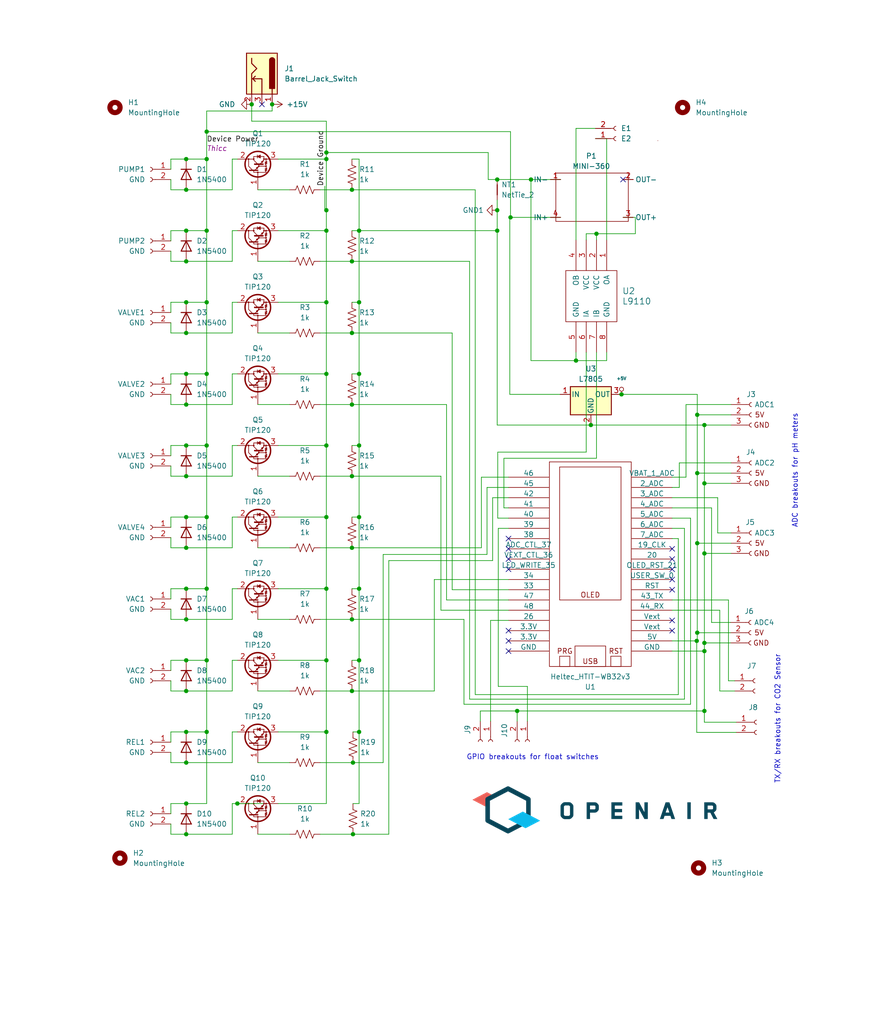
<source format=kicad_sch>
(kicad_sch (version 20230121) (generator eeschema)
  (paper "User" 219.989 254)
  (lib_symbols
    (symbol "Connector:Barrel_Jack_Switch" (pin_names hide)
      (property "Reference" "J1" (at -1.27 5.588 90))
      (property "Value" "Barrel_Jack_Switch" (at 1.27 5.588 90))
      (symbol "Barrel_Jack_Switch_1_1"
        (pin power_out line (at 7.62 2.54 180) (length 2.54) (name "~") (number "1"))
        (pin power_out line (at 7.62 -2.54 180) (length 2.54) (name "~") (number "2"))
        (pin passive line (at 7.62 0 180) (length 2.54) (name "~") (number "3"))
      )
    )
    (symbol "Connector:Conn_01x02_Socket" (pin_names (offset 1.016) hide)
      (property "Reference" "J" (at 0 2.54 0))
      (property "Value" "Conn_01x02_Socket" (at 0 -5.08 0))
      (symbol "Conn_01x02_Socket_1_1"
        (pin passive line (at -5.08 0 0) (length 3.81) (name "Pin_1") (number "1"))
        (pin passive line (at -5.08 -2.54 0) (length 3.81) (name "Pin_2") (number "2"))
      )
    )
    (symbol "Connector:Conn_01x03_Socket" (pin_names (offset 1.016) hide)
      (property "Reference" "J3" (at -1.524 7.874 0))
      (property "Value" "ADC1" (at 0.762 2.54 0))
      (symbol "Conn_01x03_Socket_0_0"
        (text "" (at 3.048 3.048 0) (effects (font (size 1.27 1.27))))
      )
      (symbol "Conn_01x03_Socket_1_1"
        (text "5V" (at 2.032 0 0) (effects (font (size 1.27 1.27))))
        (text "GND" (at 2.54 -2.54 0) (effects (font (size 1.27 1.27))))
        (pin passive line (at -5.08 2.54 0) (length 3.81) (name "Pin_1") (number "1"))
        (pin passive line (at -5.08 0 0) (length 3.81) (name "Pin_2") (number "2"))
        (pin passive line (at -5.08 -2.54 0) (length 3.81) (name "PIN_3") (number "3"))
      )
    )
    (symbol "Device:NetTie_2" (pin_numbers hide) (pin_names (offset 0) hide) (in_bom no)
      (property "Reference" "NT1" (at 1.27 -1.016 90))
      (property "Value" "NetTie_2" (at -1.27 -1.016 90))
      (symbol "NetTie_2_1_1"
        (pin power_out line (at -2.54 0 0) (length 2.54) (name "1") (number "1"))
        (pin passive line (at 2.54 0 180) (length 2.54) (name "2") (number "2"))
      )
    )
    (symbol "Device:R_US" (pin_numbers hide) (pin_names (offset 0))
      (property "Reference" "R" (at 2.54 0 90))
      (property "Value" "R_US" (at -2.54 0 90))
      (symbol "R_US_1_1"
        (pin passive line (at 0 3.81 270) (length 1.27) (name "~") (number "1"))
        (pin passive line (at 0 -3.81 90) (length 1.27) (name "~") (number "2"))
      )
    )
    (symbol "Diode:1N5400" (pin_numbers hide) (pin_names hide)
      (property "Reference" "D" (at 0 2.54 0))
      (property "Value" "1N5400" (at 0 -2.54 0))
      (symbol "1N5400_1_1"
        (pin passive line (at -3.81 0 0) (length 2.54) (name "K") (number "1"))
        (pin passive line (at 3.81 0 180) (length 2.54) (name "A") (number "2"))
      )
    )
    (symbol "L9110:+5V" (power) (pin_names (offset 1.016))
      (property "Value" "+5V" (at 0 2.286 0))
      (symbol "+5V_0_0"
        (pin power_in line (at 0 0 90) (length 0) hide (name "+5V") (number "1"))
      )
    )
    (symbol "L9110:L9110" (pin_names (offset 1.016))
      (property "Reference" "U" (at 0 7.62 0))
      (property "Value" "L9110" (at 0 -7.62 0))
      (symbol "L9110_1_1"
        (pin output line (at -13.97 3.81 0) (length 7.62) (name "OA") (number "1"))
        (pin power_in line (at -13.97 1.27 0) (length 7.62) (name "VCC") (number "2"))
        (pin power_in line (at -13.97 -1.27 0) (length 7.62) (name "VCC") (number "3"))
        (pin output line (at -13.97 -3.81 0) (length 7.62) (name "OB") (number "4"))
        (pin power_in line (at 13.97 -3.81 180) (length 7.62) (name "GND") (number "5"))
        (pin input line (at 13.97 -1.27 180) (length 7.62) (name "IA") (number "6"))
        (pin input line (at 13.97 1.27 180) (length 7.62) (name "IB") (number "7"))
        (pin power_in line (at 13.97 3.81 180) (length 7.62) (name "GND") (number "8"))
      )
      (symbol "L9110_1_2"
        (pin output line (at -19.05 12.7 0) (length 7.62) (name "OA") (number "1"))
        (pin output line (at -19.05 5.08 0) (length 7.62) (name "VCC") (number "2"))
        (pin output line (at -19.05 -5.08 0) (length 7.62) (name "VCC") (number "3"))
        (pin power_out line (at -19.05 -12.7 0) (length 7.62) (name "OB") (number "4"))
        (pin power_out line (at 17.78 -12.7 180) (length 7.62) (name "GND") (number "5"))
        (pin input line (at 17.78 -5.08 180) (length 7.62) (name "IA") (number "6"))
        (pin input line (at 17.78 5.08 180) (length 7.62) (name "IB") (number "7"))
        (pin power_in line (at 17.78 12.7 180) (length 7.62) (name "GND") (number "8"))
      )
    )
    (symbol "MINI-360_1"
      (property "Reference" "P1" (at 7.62 15.24 0))
      (property "Value" "MINI-360" (at 7.62 12.7 0))
      (symbol "MINI-360_1_1_1"
        (pin input line (at 0 9.398 180) (length 2.54) (name "IN-") (number "1"))
        (pin power_out line (at 15.494 9.398 0) (length 2.54) (name "OUT-") (number "2"))
        (pin power_out line (at 15.494 0 0) (length 2.54) (name "OUT+") (number "3"))
        (pin input line (at 0 0 180) (length 2.54) (name "IN+") (number "4"))
      )
    )
    (symbol "Mechanical:MountingHole" (pin_names (offset 1.016))
      (property "Reference" "H" (at 0 5.08 0))
      (property "Value" "MountingHole" (at 0 3.175 0))
    )
    (symbol "Regulator_Linear:L7805" (pin_names (offset 0.254))
      (property "Reference" "U" (at -3.81 3.175 0))
      (property "Value" "L7805" (at 0 3.175 0))
      (symbol "L7805_1_1"
        (pin power_in line (at -7.62 0 0) (length 2.54) (name "IN") (number "1"))
        (pin power_in line (at 0 -7.62 90) (length 2.54) (name "GND") (number "2"))
        (pin power_out line (at 7.62 0 180) (length 2.54) (name "OUT") (number "3"))
      )
    )
    (symbol "Transistor_BJT:TIP120" (pin_names (offset 0) hide)
      (property "Reference" "Q" (at 5.08 1.905 0))
      (property "Value" "TIP120" (at 5.08 0 0))
      (symbol "TIP120_1_1"
        (pin input line (at -5.08 0 0) (length 3.81) (name "B") (number "1"))
        (pin passive line (at 2.54 5.08 270) (length 2.667) (name "C") (number "2"))
        (pin passive line (at 2.54 -5.08 90) (length 2.54) (name "E") (number "3"))
      )
    )
    (symbol "esp32:Heltec_HTIT-WB32" (pin_numbers hide) (pin_names (offset 0))
      (property "Reference" "U1" (at 0 -24.384 0))
      (property "Value" "Heltec_HTIT-WB32v3" (at 0 -21.844 0))
      (symbol "Heltec_HTIT-WB32_0_0"
        (text "OLED" (at 0 -1.524 0) (effects (font (size 1.27 1.27))))
        (text "PRG" (at -6.35 -15.494 0) (effects (font (size 1.27 1.27))))
        (text "RST" (at 6.35 -15.494 0) (effects (font (size 1.27 1.27))))
        (text "USB" (at 0 -18.034 0) (effects (font (size 1.27 1.27))))
      )
      (symbol "Heltec_HTIT-WB32_1_1"
        (pin bidirectional line (at -20.32 4.826 0) (length 10.0076) (name "LED_WRITE_35") (number "0"))
        (pin bidirectional line (at -20.32 -5.334 0) (length 10.0076) (name "48") (number "1"))
        (pin bidirectional line (at -20.32 -7.874 0) (length 10.0076) (name "26") (number "10"))
        (pin power_out line (at -20.32 -10.414 0) (length 10.0076) (name "3.3V") (number "11"))
        (pin bidirectional line (at 20.32 -2.794 180) (length 10.0076) (name "43_TX") (number "12"))
        (pin bidirectional line (at 20.32 -5.334 180) (length 10.0076) (name "44_RX") (number "13"))
        (pin bidirectional line (at 20.32 -0.254 180) (length 10.0076) (name "RST") (number "14"))
        (pin bidirectional line (at -20.32 -0.254 0) (length 10.0076) (name "33") (number "15"))
        (pin bidirectional line (at -20.32 9.906 0) (length 10.0076) (name "ADC_CTL_37") (number "16"))
        (pin bidirectional line (at -20.32 12.446 0) (length 10.0076) (name "38") (number "17"))
        (pin bidirectional line (at -20.32 17.526 0) (length 10.0076) (name "40") (number "18"))
        (pin bidirectional line (at -20.32 22.606 0) (length 10.0076) (name "42") (number "19"))
        (pin bidirectional line (at -20.32 2.286 0) (length 10.0076) (name "34") (number "2"))
        (pin power_out line (at -20.32 -12.954 0) (length 10.0076) (name "3.3V") (number "20"))
        (pin bidirectional line (at -20.32 27.686 0) (length 10.0076) (name "46") (number "21"))
        (pin bidirectional line (at -20.32 25.146 0) (length 10.0076) (name "45") (number "22"))
        (pin bidirectional line (at -20.32 20.066 0) (length 10.0076) (name "41") (number "23"))
        (pin bidirectional line (at 20.32 7.366 180) (length 10.0076) (name "20") (number "25"))
        (pin bidirectional line (at 20.32 4.826 180) (length 10.0076) (name "OLED_RST_21") (number "26"))
        (pin bidirectional line (at 20.32 2.286 180) (length 10.0076) (name "USER_SW_0") (number "27"))
        (pin power_in line (at -20.32 -15.494 0) (length 10.0076) (name "GND") (number "28"))
        (pin bidirectional line (at -20.32 -2.794 0) (length 10.0076) (name "47") (number "3"))
        (pin bidirectional line (at 20.32 12.446 180) (length 10.0076) (name "7_ADC") (number "32"))
        (pin bidirectional line (at 20.32 9.906 180) (length 10.0076) (name "19_CLK") (number "33"))
        (pin bidirectional line (at 20.32 17.526 180) (length 10.0076) (name "5_ADC") (number "34"))
        (pin bidirectional line (at 20.32 14.986 180) (length 10.0076) (name "6_ADC") (number "35"))
        (pin bidirectional line (at 20.32 27.686 180) (length 10.0076) (name "VBAT_1_ADC") (number "36"))
        (pin bidirectional line (at 20.32 25.146 180) (length 10.0076) (name "2_ADC") (number "37"))
        (pin bidirectional line (at 20.32 22.606 180) (length 10.0076) (name "3_ADC") (number "38"))
        (pin bidirectional line (at 20.32 20.066 180) (length 10.0076) (name "4_ADC") (number "39"))
        (pin bidirectional line (at -20.32 7.366 0) (length 10.0076) (name "VEXT_CTL_36") (number "4"))
        (pin bidirectional line (at -20.32 14.986 0) (length 10.0076) (name "39") (number "5"))
        (pin output line (at 20.32 -7.874 180) (length 10.0076) (name "Vext") (number "6"))
        (pin power_out line (at 20.32 -10.414 180) (length 10.0076) (name "Vext") (number "7"))
        (pin power_in line (at 20.32 -15.494 180) (length 10.0076) (name "GND") (number "8"))
        (pin power_in line (at 20.32 -12.954 180) (length 10.0076) (name "5V") (number "9"))
      )
    )
    (symbol "power:+15V" (power) (pin_names (offset 0))
      (property "Value" "+15V" (at 0 3.556 0))
      (symbol "+15V_1_1"
        (pin power_in line (at 0 0 90) (length 0) hide (name "+15V") (number "1"))
      )
    )
    (symbol "power:GND" (power) (pin_names (offset 0))
      (property "Value" "GND" (at 0 -3.81 0))
      (symbol "GND_1_1"
        (pin power_in line (at 0 0 270) (length 0) hide (name "GND") (number "1"))
      )
    )
    (symbol "power:GND1" (power) (pin_names (offset 0))
      (property "Value" "GND1" (at 0 -3.81 0))
      (symbol "GND1_1_1"
        (pin power_in line (at 0 0 270) (length 0) hide (name "GND1") (number "1"))
      )
    )
  )
  (junction (at 81.026 39.497))
  (junction (at 46.228 181.737))
  (junction (at 172.974 159.131))
  (junction (at 81.026 92.837))
  (junction (at 51.308 57.277))
  (junction (at 46.228 47.117))
  (junction (at 87.376 64.897))
  (junction (at 46.228 100.457))
  (junction (at 51.308 92.837))
  (junction (at 51.308 146.177))
  (junction (at 51.308 110.617))
  (junction (at 81.026 181.737))
  (junction (at 81.026 128.397))
  (junction (at 51.308 32.6898))
  (junction (at 87.376 171.577))
  (junction (at 46.228 128.397))
  (junction (at 123.444 44.577))
  (junction (at 81.026 57.277))
  (junction (at 89.154 163.957))
  (junction (at 46.228 207.137))
  (junction (at 87.63 189.357))
  (junction (at 81.026 37.8714))
  (junction (at 51.308 163.957))
  (junction (at 123.444 57.277))
  (junction (at 148.082 58.039))
  (junction (at 81.026 52.197))
  (junction (at 123.444 52.197))
  (junction (at 46.228 92.837))
  (junction (at 46.228 75.057))
  (junction (at 46.228 146.177))
  (junction (at 128.397 176.53))
  (junction (at 51.308 39.497))
  (junction (at 46.228 153.797))
  (junction (at 51.308 75.057))
  (junction (at 89.154 57.277))
  (junction (at 126.746 53.975))
  (junction (at 174.879 105.537))
  (junction (at 131.826 44.577))
  (junction (at 174.879 161.671))
  (junction (at 51.308 181.737))
  (junction (at 81.026 163.957))
  (junction (at 87.63 207.137))
  (junction (at 46.228 118.237))
  (junction (at 81.026 75.057))
  (junction (at 46.228 163.957))
  (junction (at 46.228 64.897))
  (junction (at 87.376 153.797))
  (junction (at 62.484 25.908))
  (junction (at 89.154 181.737))
  (junction (at 87.376 47.117))
  (junction (at 174.879 176.53))
  (junction (at 81.026 110.617))
  (junction (at 89.154 146.177))
  (junction (at 154.305 97.917))
  (junction (at 143.002 89.535))
  (junction (at 174.879 159.639))
  (junction (at 174.879 120.015))
  (junction (at 67.564 25.908))
  (junction (at 174.879 137.414))
  (junction (at 46.228 39.497))
  (junction (at 173.101 117.475))
  (junction (at 87.376 136.017))
  (junction (at 58.928 199.517))
  (junction (at 46.228 199.517))
  (junction (at 173.101 102.997))
  (junction (at 46.228 136.017))
  (junction (at 46.228 189.357))
  (junction (at 173.101 157.099))
  (junction (at 46.228 110.617))
  (junction (at 81.026 146.177))
  (junction (at 46.228 57.277))
  (junction (at 89.154 110.617))
  (junction (at 87.376 82.677))
  (junction (at 89.154 128.397))
  (junction (at 87.376 118.237))
  (junction (at 89.154 75.057))
  (junction (at 89.154 92.837))
  (junction (at 146.685 105.537))
  (junction (at 87.376 100.457))
  (junction (at 51.308 128.397))
  (junction (at 173.101 134.874))
  (junction (at 46.228 171.577))
  (junction (at 46.228 82.677))
  (no_connect (at 126.238 161.671))
  (no_connect (at 166.878 136.271))
  (no_connect (at 126.238 156.591))
  (no_connect (at 154.686 44.577))
  (no_connect (at 166.878 156.591))
  (no_connect (at 126.238 133.731))
  (no_connect (at 166.878 141.351))
  (no_connect (at 65.024 25.908))
  (no_connect (at 126.238 136.271))
  (no_connect (at 166.878 154.051))
  (no_connect (at 166.878 143.891))
  (no_connect (at 126.238 159.131))
  (no_connect (at 166.878 146.431))
  (no_connect (at 126.238 141.351))
  (no_connect (at 166.878 138.811))
  (no_connect (at 126.238 138.811))
  (wire (pts (xy 87.63 189.357) (xy 79.502 189.357)))
  (wire (pts (xy 46.228 110.617) (xy 51.308 110.617)))
  (wire (pts (xy 126.238 123.571) (xy 122.301 123.571)))
  (wire (pts (xy 81.026 37.8714) (xy 81.026 39.497)))
  (wire (pts (xy 166.878 133.731) (xy 168.402 133.731)))
  (wire (pts (xy 42.418 136.017) (xy 46.228 136.017)))
  (wire (pts (xy 57.658 57.277) (xy 58.928 57.277)))
  (wire (pts (xy 87.376 153.797) (xy 115.189 153.797)))
  (wire (pts (xy 143.002 87.503) (xy 143.002 89.535)))
  (wire (pts (xy 110.871 148.971) (xy 110.871 100.457)))
  (wire (pts (xy 145.542 58.039) (xy 145.542 59.563)))
  (wire (pts (xy 46.228 146.177) (xy 51.308 146.177)))
  (wire (pts (xy 87.376 57.277) (xy 89.154 57.277)))
  (wire (pts (xy 57.658 75.057) (xy 58.928 75.057)))
  (wire (pts (xy 42.418 163.957) (xy 46.228 163.957)))
  (wire (pts (xy 169.926 131.191) (xy 169.926 173.609)))
  (wire (pts (xy 42.418 59.817) (xy 42.418 57.277)))
  (wire (pts (xy 146.685 105.537) (xy 174.879 105.537)))
  (wire (pts (xy 174.879 137.414) (xy 174.879 159.639)))
  (wire (pts (xy 46.228 92.837) (xy 51.308 92.837)))
  (wire (pts (xy 154.305 97.917) (xy 173.101 97.917)))
  (wire (pts (xy 64.008 136.017) (xy 71.882 136.017)))
  (wire (pts (xy 178.689 151.511) (xy 178.689 171.577)))
  (wire (pts (xy 174.879 159.639) (xy 181.356 159.639)))
  (wire (pts (xy 42.418 189.357) (xy 46.228 189.357)))
  (wire (pts (xy 89.154 128.397) (xy 89.154 146.177)))
  (wire (pts (xy 126.746 32.6898) (xy 126.746 53.975)))
  (wire (pts (xy 42.418 92.837) (xy 46.228 92.837)))
  (wire (pts (xy 166.878 151.511) (xy 178.689 151.511)))
  (wire (pts (xy 180.848 148.971) (xy 180.848 169.037)))
  (wire (pts (xy 42.418 207.137) (xy 46.228 207.137)))
  (wire (pts (xy 126.238 154.051) (xy 121.793 154.051)))
  (wire (pts (xy 181.483 117.475) (xy 173.101 117.475)))
  (wire (pts (xy 64.008 171.577) (xy 71.882 171.577)))
  (wire (pts (xy 168.656 114.935) (xy 168.656 121.031)))
  (wire (pts (xy 166.878 131.191) (xy 169.926 131.191)))
  (wire (pts (xy 123.444 52.197) (xy 123.444 57.277)))
  (wire (pts (xy 51.308 163.957) (xy 51.308 181.737)))
  (wire (pts (xy 62.484 25.908) (xy 62.484 30.099)))
  (wire (pts (xy 174.879 105.537) (xy 181.483 105.537)))
  (wire (pts (xy 42.418 42.037) (xy 42.418 39.497)))
  (wire (pts (xy 57.658 118.237) (xy 57.658 110.617)))
  (wire (pts (xy 119.507 118.491) (xy 126.238 118.491)))
  (wire (pts (xy 145.542 87.503) (xy 145.542 112.268)))
  (wire (pts (xy 64.008 189.357) (xy 71.882 189.357)))
  (wire (pts (xy 107.823 143.891) (xy 107.823 171.577)))
  (wire (pts (xy 57.658 110.617) (xy 58.928 110.617)))
  (wire (pts (xy 87.63 181.737) (xy 89.154 181.737)))
  (wire (pts (xy 89.154 75.057) (xy 89.154 92.837)))
  (wire (pts (xy 87.376 128.397) (xy 89.154 128.397)))
  (wire (pts (xy 95.123 137.668) (xy 95.123 189.357)))
  (wire (pts (xy 80.645 46.228) (xy 80.645 52.197)))
  (wire (pts (xy 174.879 105.537) (xy 174.879 120.015)))
  (wire (pts (xy 173.101 102.997) (xy 173.101 117.475)))
  (wire (pts (xy 123.571 112.268) (xy 145.542 112.268)))
  (wire (pts (xy 166.878 148.971) (xy 180.848 148.971)))
  (wire (pts (xy 46.228 181.737) (xy 51.308 181.737)))
  (wire (pts (xy 166.878 121.031) (xy 168.656 121.031)))
  (wire (pts (xy 51.308 32.6898) (xy 51.308 39.497)))
  (wire (pts (xy 174.879 179.324) (xy 182.753 179.324)))
  (wire (pts (xy 176.657 154.559) (xy 181.356 154.559)))
  (wire (pts (xy 69.088 199.517) (xy 81.026 199.517)))
  (wire (pts (xy 87.376 75.057) (xy 89.154 75.057)))
  (wire (pts (xy 69.088 39.497) (xy 81.026 39.497)))
  (wire (pts (xy 150.622 34.417) (xy 150.622 59.563)))
  (wire (pts (xy 57.658 47.117) (xy 57.658 39.497)))
  (wire (pts (xy 57.658 39.497) (xy 58.928 39.497)))
  (wire (pts (xy 147.828 34.417) (xy 150.622 34.417)))
  (wire (pts (xy 89.154 57.277) (xy 89.154 75.057)))
  (wire (pts (xy 126.5682 97.917) (xy 139.065 97.917)))
  (wire (pts (xy 166.878 126.111) (xy 176.657 126.111)))
  (wire (pts (xy 64.008 82.677) (xy 71.882 82.677)))
  (wire (pts (xy 42.418 181.737) (xy 46.228 181.737)))
  (wire (pts (xy 46.228 199.517) (xy 51.308 199.517)))
  (wire (pts (xy 166.878 123.571) (xy 178.181 123.571)))
  (wire (pts (xy 46.228 163.957) (xy 51.308 163.957)))
  (wire (pts (xy 79.502 136.017) (xy 87.376 136.017)))
  (wire (pts (xy 81.026 110.617) (xy 81.026 128.397)))
  (wire (pts (xy 87.376 100.457) (xy 110.871 100.457)))
  (wire (pts (xy 57.658 207.137) (xy 57.658 199.517)))
  (wire (pts (xy 87.376 92.837) (xy 89.154 92.837)))
  (wire (pts (xy 87.376 47.117) (xy 117.983 47.117)))
  (wire (pts (xy 148.082 87.503) (xy 148.082 113.792)))
  (wire (pts (xy 64.008 64.897) (xy 71.882 64.897)))
  (wire (pts (xy 125.095 126.111) (xy 125.095 113.792)))
  (wire (pts (xy 42.418 202.057) (xy 42.418 199.517)))
  (wire (pts (xy 89.154 92.837) (xy 89.154 110.617)))
  (wire (pts (xy 123.444 57.277) (xy 123.444 105.537)))
  (wire (pts (xy 51.308 57.277) (xy 51.308 75.057)))
  (wire (pts (xy 87.376 146.177) (xy 89.154 146.177)))
  (wire (pts (xy 64.008 207.137) (xy 71.882 207.137)))
  (wire (pts (xy 64.008 118.237) (xy 71.882 118.237)))
  (wire (pts (xy 46.228 47.117) (xy 57.658 47.117)))
  (wire (pts (xy 89.154 39.497) (xy 89.154 57.277)))
  (wire (pts (xy 87.63 199.517) (xy 89.154 199.517)))
  (wire (pts (xy 107.823 143.891) (xy 126.238 143.891)))
  (wire (pts (xy 64.008 100.457) (xy 71.882 100.457)))
  (wire (pts (xy 89.154 39.497) (xy 87.376 39.497)))
  (wire (pts (xy 81.026 92.837) (xy 81.026 110.617)))
  (wire (pts (xy 119.253 176.53) (xy 119.253 179.07)))
  (wire (pts (xy 166.878 128.651) (xy 171.45 128.651)))
  (wire (pts (xy 116.586 173.609) (xy 169.926 173.609)))
  (wire (pts (xy 51.308 128.397) (xy 51.308 146.177)))
  (wire (pts (xy 42.418 57.277) (xy 46.228 57.277)))
  (wire (pts (xy 62.484 30.099) (xy 81.026 30.099)))
  (wire (pts (xy 57.658 92.837) (xy 58.928 92.837)))
  (wire (pts (xy 123.571 128.651) (xy 123.571 112.268)))
  (wire (pts (xy 178.181 123.571) (xy 178.181 132.334)))
  (wire (pts (xy 116.586 64.897) (xy 116.586 173.609)))
  (wire (pts (xy 46.228 39.497) (xy 51.308 39.497)))
  (wire (pts (xy 51.308 92.837) (xy 51.308 110.617)))
  (wire (pts (xy 64.008 153.797) (xy 71.882 153.797)))
  (wire (pts (xy 95.123 189.357) (xy 87.63 189.357)))
  (wire (pts (xy 46.228 171.577) (xy 57.658 171.577)))
  (wire (pts (xy 42.418 199.517) (xy 46.228 199.517)))
  (wire (pts (xy 46.228 57.277) (xy 51.308 57.277)))
  (wire (pts (xy 79.502 100.457) (xy 87.376 100.457)))
  (wire (pts (xy 46.228 136.017) (xy 57.658 136.017)))
  (wire (pts (xy 171.45 174.879) (xy 171.45 128.651)))
  (wire (pts (xy 172.974 181.864) (xy 182.753 181.864)))
  (wire (pts (xy 172.974 159.131) (xy 173.101 159.131)))
  (wire (pts (xy 46.228 128.397) (xy 51.308 128.397)))
  (wire (pts (xy 173.101 117.475) (xy 173.101 134.874)))
  (wire (pts (xy 128.397 176.53) (xy 128.397 179.07)))
  (wire (pts (xy 79.502 118.237) (xy 87.376 118.237)))
  (wire (pts (xy 120.904 121.031) (xy 120.904 137.668)))
  (wire (pts (xy 119.253 176.53) (xy 128.397 176.53)))
  (wire (pts (xy 57.658 153.797) (xy 57.658 146.177)))
  (wire (pts (xy 51.308 32.6898) (xy 126.746 32.6898)))
  (wire (pts (xy 181.483 100.457) (xy 170.307 100.457)))
  (wire (pts (xy 51.308 39.497) (xy 51.308 57.277)))
  (wire (pts (xy 87.376 171.577) (xy 107.823 171.577)))
  (wire (pts (xy 123.444 57.277) (xy 89.154 57.277)))
  (wire (pts (xy 42.418 113.157) (xy 42.418 110.617)))
  (wire (pts (xy 42.418 171.577) (xy 46.228 171.577)))
  (wire (pts (xy 172.974 159.131) (xy 172.974 181.864)))
  (wire (pts (xy 81.026 30.099) (xy 81.026 37.8714)))
  (wire (pts (xy 42.418 130.937) (xy 42.418 128.397)))
  (wire (pts (xy 46.228 100.457) (xy 57.658 100.457)))
  (wire (pts (xy 131.826 44.577) (xy 139.192 44.577)))
  (wire (pts (xy 128.397 176.53) (xy 174.879 176.53)))
  (wire (pts (xy 42.418 47.117) (xy 46.228 47.117)))
  (wire (pts (xy 121.793 154.051) (xy 121.793 179.07)))
  (wire (pts (xy 181.483 120.015) (xy 174.879 120.015)))
  (wire (pts (xy 81.026 57.277) (xy 81.026 75.057)))
  (wire (pts (xy 150.622 87.503) (xy 150.622 89.535)))
  (wire (pts (xy 180.848 169.037) (xy 182.372 169.037)))
  (wire (pts (xy 46.228 82.677) (xy 57.658 82.677)))
  (wire (pts (xy 170.307 100.457) (xy 170.307 118.491)))
  (wire (pts (xy 42.418 100.457) (xy 46.228 100.457)))
  (wire (pts (xy 122.301 123.571) (xy 122.301 139.192)))
  (wire (pts (xy 126.5682 53.975) (xy 126.746 53.975)))
  (wire (pts (xy 173.101 102.997) (xy 181.483 102.997)))
  (wire (pts (xy 42.418 64.897) (xy 46.228 64.897)))
  (wire (pts (xy 42.418 95.377) (xy 42.418 92.837)))
  (wire (pts (xy 125.095 113.792) (xy 148.082 113.792)))
  (wire (pts (xy 42.418 77.597) (xy 42.418 75.057)))
  (wire (pts (xy 79.502 82.677) (xy 87.376 82.677)))
  (wire (pts (xy 96.52 139.192) (xy 96.52 207.137)))
  (wire (pts (xy 87.376 163.957) (xy 89.154 163.957)))
  (wire (pts (xy 173.101 97.917) (xy 173.101 102.997)))
  (wire (pts (xy 81.026 146.177) (xy 81.026 163.957)))
  (wire (pts (xy 178.689 171.577) (xy 182.372 171.577)))
  (wire (pts (xy 57.658 100.457) (xy 57.658 92.837)))
  (wire (pts (xy 174.879 159.639) (xy 174.879 161.671)))
  (wire (pts (xy 117.983 47.117) (xy 117.983 172.466)))
  (wire (pts (xy 57.658 181.737) (xy 58.928 181.737)))
  (wire (pts (xy 67.564 25.908) (xy 67.564 27.559)))
  (wire (pts (xy 174.879 176.53) (xy 174.879 179.324)))
  (wire (pts (xy 51.308 110.617) (xy 51.308 128.397)))
  (wire (pts (xy 174.879 137.414) (xy 181.483 137.414)))
  (wire (pts (xy 148.082 58.039) (xy 145.542 58.039)))
  (wire (pts (xy 42.418 133.477) (xy 42.418 136.017)))
  (wire (pts (xy 42.418 153.797) (xy 46.228 153.797)))
  (wire (pts (xy 119.507 136.017) (xy 119.507 118.491)))
  (wire (pts (xy 173.101 157.099) (xy 173.101 159.131)))
  (wire (pts (xy 51.308 181.737) (xy 51.308 199.517)))
  (wire (pts (xy 69.088 110.617) (xy 81.026 110.617)))
  (wire (pts (xy 69.088 128.397) (xy 81.026 128.397)))
  (wire (pts (xy 89.154 181.737) (xy 89.154 199.517)))
  (wire (pts (xy 79.502 171.577) (xy 87.376 171.577)))
  (wire (pts (xy 69.088 163.957) (xy 81.026 163.957)))
  (wire (pts (xy 157.734 53.975) (xy 157.734 58.039)))
  (wire (pts (xy 57.658 136.017) (xy 57.658 128.397)))
  (wire (pts (xy 125.095 126.111) (xy 126.238 126.111)))
  (wire (pts (xy 89.154 146.177) (xy 89.154 163.957)))
  (wire (pts (xy 89.154 163.957) (xy 89.154 181.737)))
  (wire (pts (xy 123.444 44.577) (xy 131.826 44.577)))
  (wire (pts (xy 46.228 118.237) (xy 57.658 118.237)))
  (wire (pts (xy 154.686 53.975) (xy 157.734 53.975)))
  (wire (pts (xy 42.418 97.917) (xy 42.418 100.457)))
  (wire (pts (xy 79.502 207.137) (xy 87.63 207.137)))
  (wire (pts (xy 46.228 64.897) (xy 57.658 64.897)))
  (wire (pts (xy 109.474 151.511) (xy 109.474 118.237)))
  (wire (pts (xy 57.658 128.397) (xy 58.928 128.397)))
  (wire (pts (xy 87.376 64.897) (xy 116.586 64.897)))
  (wire (pts (xy 81.026 181.737) (xy 81.026 199.517)))
  (wire (pts (xy 46.228 189.357) (xy 57.658 189.357)))
  (wire (pts (xy 69.088 75.057) (xy 81.026 75.057)))
  (wire (pts (xy 112.268 146.431) (xy 126.238 146.431)))
  (wire (pts (xy 131.826 44.577) (xy 131.826 89.535)))
  (wire (pts (xy 148.082 58.039) (xy 148.082 59.563)))
  (wire (pts (xy 57.658 163.957) (xy 58.928 163.957)))
  (wire (pts (xy 81.026 52.197) (xy 81.026 57.277)))
  (wire (pts (xy 79.502 64.897) (xy 87.376 64.897)))
  (wire (pts (xy 69.088 146.177) (xy 81.026 146.177)))
  (wire (pts (xy 143.002 89.535) (xy 150.622 89.535)))
  (wire (pts (xy 168.656 114.935) (xy 181.483 114.935)))
  (wire (pts (xy 173.101 134.874) (xy 173.101 157.099)))
  (wire (pts (xy 42.418 44.577) (xy 42.418 47.117)))
  (wire (pts (xy 126.238 121.031) (xy 120.904 121.031)))
  (wire (pts (xy 123.698 131.191) (xy 123.698 170.434)))
  (wire (pts (xy 67.564 27.559) (xy 51.308 27.559)))
  (wire (pts (xy 87.376 118.237) (xy 109.474 118.237)))
  (wire (pts (xy 115.189 174.879) (xy 171.45 174.879)))
  (wire (pts (xy 126.5682 53.975) (xy 126.5682 97.917)))
  (wire (pts (xy 65.278 199.517) (xy 58.928 199.517)))
  (wire (pts (xy 42.418 110.617) (xy 46.228 110.617)))
  (wire (pts (xy 173.101 134.874) (xy 181.483 134.874)))
  (wire (pts (xy 166.878 118.491) (xy 170.307 118.491)))
  (wire (pts (xy 147.828 31.877) (xy 143.002 31.877)))
  (wire (pts (xy 42.418 39.497) (xy 46.228 39.497)))
  (wire (pts (xy 81.026 75.057) (xy 81.026 92.837)))
  (wire (pts (xy 46.228 153.797) (xy 57.658 153.797)))
  (wire (pts (xy 42.418 186.817) (xy 42.418 189.357)))
  (wire (pts (xy 176.657 126.111) (xy 176.657 154.559)))
  (wire (pts (xy 81.026 163.957) (xy 81.026 181.737)))
  (wire (pts (xy 51.308 27.559) (xy 51.308 32.6898)))
  (wire (pts (xy 174.879 161.671) (xy 166.878 161.671)))
  (wire (pts (xy 57.658 199.517) (xy 58.928 199.517)))
  (wire (pts (xy 42.418 82.677) (xy 46.228 82.677)))
  (wire (pts (xy 42.418 128.397) (xy 46.228 128.397)))
  (wire (pts (xy 51.308 146.177) (xy 51.308 163.957)))
  (wire (pts (xy 109.474 151.511) (xy 126.238 151.511)))
  (wire (pts (xy 81.026 128.397) (xy 81.026 146.177)))
  (wire (pts (xy 42.418 80.137) (xy 42.418 82.677)))
  (wire (pts (xy 42.418 118.237) (xy 46.228 118.237)))
  (wire (pts (xy 51.308 75.057) (xy 51.308 92.837)))
  (wire (pts (xy 173.101 157.099) (xy 181.356 157.099)))
  (wire (pts (xy 166.878 159.131) (xy 172.974 159.131)))
  (wire (pts (xy 126.238 128.651) (xy 123.571 128.651)))
  (wire (pts (xy 87.63 207.137) (xy 96.52 207.137)))
  (wire (pts (xy 57.658 146.177) (xy 58.928 146.177)))
  (wire (pts (xy 123.444 49.657) (xy 123.444 52.197)))
  (wire (pts (xy 42.418 166.497) (xy 42.418 163.957)))
  (wire (pts (xy 126.238 131.191) (xy 123.698 131.191)))
  (wire (pts (xy 57.658 64.897) (xy 57.658 57.277)))
  (wire (pts (xy 57.658 189.357) (xy 57.658 181.737)))
  (wire (pts (xy 130.937 170.434) (xy 130.937 179.07)))
  (wire (pts (xy 126.746 53.975) (xy 139.192 53.975)))
  (wire (pts (xy 46.228 75.057) (xy 51.308 75.057)))
  (wire (pts (xy 89.154 110.617) (xy 89.154 128.397)))
  (wire (pts (xy 120.904 137.668) (xy 95.123 137.668)))
  (wire (pts (xy 131.826 89.535) (xy 143.002 89.535)))
  (wire (pts (xy 148.082 58.039) (xy 157.734 58.039)))
  (wire (pts (xy 174.879 120.015) (xy 174.879 137.414)))
  (wire (pts (xy 42.418 75.057) (xy 46.228 75.057)))
  (wire (pts (xy 110.871 148.971) (xy 126.238 148.971)))
  (wire (pts (xy 57.658 82.677) (xy 57.658 75.057)))
  (wire (pts (xy 42.418 169.037) (xy 42.418 171.577)))
  (wire (pts (xy 81.026 39.497) (xy 81.026 52.197)))
  (wire (pts (xy 123.698 170.434) (xy 130.937 170.434)))
  (wire (pts (xy 69.088 92.837) (xy 81.026 92.837)))
  (wire (pts (xy 121.2088 44.577) (xy 123.444 44.577)))
  (wire (pts (xy 115.189 153.797) (xy 115.189 174.879)))
  (wire (pts (xy 57.658 171.577) (xy 57.658 163.957)))
  (wire (pts (xy 42.418 146.177) (xy 46.228 146.177)))
  (wire (pts (xy 123.444 105.537) (xy 146.685 105.537)))
  (wire (pts (xy 87.376 110.617) (xy 89.154 110.617)))
  (wire (pts (xy 42.418 148.717) (xy 42.418 146.177)))
  (wire (pts (xy 42.418 62.357) (xy 42.418 64.897)))
  (wire (pts (xy 112.268 82.677) (xy 112.268 146.431)))
  (wire (pts (xy 168.402 133.731) (xy 168.402 172.466)))
  (wire (pts (xy 112.268 82.677) (xy 87.376 82.677)))
  (wire (pts (xy 143.002 31.877) (xy 143.002 59.563)))
  (wire (pts (xy 87.376 136.017) (xy 119.507 136.017)))
  (wire (pts (xy 79.502 47.117) (xy 87.376 47.117)))
  (wire (pts (xy 122.301 139.192) (xy 96.52 139.192)))
  (wire (pts (xy 42.418 151.257) (xy 42.418 153.797)))
  (wire (pts (xy 42.418 184.277) (xy 42.418 181.737)))
  (wire (pts (xy 69.088 181.737) (xy 81.026 181.737)))
  (wire (pts (xy 46.228 207.137) (xy 57.658 207.137)))
  (wire (pts (xy 42.418 204.597) (xy 42.418 207.137)))
  (wire (pts (xy 69.088 57.277) (xy 81.026 57.277)))
  (wire (pts (xy 81.026 37.8714) (xy 121.2088 37.8714)))
  (wire (pts (xy 42.418 115.697) (xy 42.418 118.237)))
  (wire (pts (xy 80.645 52.197) (xy 81.026 52.197)))
  (wire (pts (xy 64.008 47.117) (xy 71.882 47.117)))
  (wire (pts (xy 79.502 153.797) (xy 87.376 153.797)))
  (wire (pts (xy 181.483 132.334) (xy 178.181 132.334)))
  (wire (pts (xy 121.2088 37.8714) (xy 121.2088 44.577)))
  (wire (pts (xy 168.402 172.466) (xy 117.983 172.466)))
  (wire (pts (xy 174.879 161.671) (xy 174.879 176.53)))
  (image (at 147.701 201.168) (scale 0.246906))
  (text "ADC breakouts for pH meters" (at 198.12 131.191 90) (effects (font (size 1.27 1.27)) (justify left bottom)))
  (text "TX/RX breakouts for CO2 Sensor" (at 193.802 194.691 90) (effects (font (size 1.27 1.27)) (justify left bottom)))
  (text "GPIO breakouts for float switches" (at 148.717 188.849 0) (effects (font (size 1.27 1.27)) (justify right bottom)))
  (label "Device Power" (at 51.308 35.56 0) (property "Netclass" "Thicc" (at 51.308 36.83 0) (effects (font italic) (justify left))))
  (label "Device Ground" (at 80.645 46.228 90) (property "Netclass" "Default" (effects hide)))
  (symbol (lib_id "Connector:Conn_01x02_Socket") (at 37.338 148.717 0) (mirror y) (unit 1)
    (property "Reference" "VAC1" (at 36.068 148.717 0) (effects (justify left)))
    (property "Value" "GND" (at 36.068 151.257 0) (effects (justify left)))
    (property "Footprint" "Connector_PinSocket_2.54mm:PinSocket_1x02_P2.54mm_Vertical" (effects hide))
  )
  (symbol (lib_id "Regulator_Linear:L7805") (at 146.685 97.917 0) (unit 1)
    (property "Reference" "U3" (at 146.685 91.567 0))
    (property "Value" "L7805" (at 146.685 94.107 0))
    (property "Footprint" "Package_TO_SOT_THT:TO-220-3_Vertical" (effects hide))
    (property "Datasheet" "http://www.st.com/content/ccc/resource/technical/document/datasheet/41/4f/b3/b0/12/d4/47/88/CD00000444.pdf/files/CD00000444.pdf/jcr:content/translations/en.CD00000444.pdf" (effects hide))
  )
  (symbol (lib_id "Connector:Conn_01x03_Socket") (at 186.563 117.475 0) (unit 1)
    (property "Reference" "J4" (at 185.166 112.268 0) (effects (justify left)))
    (property "Value" "ADC2" (at 187.325 114.935 0) (effects (justify left)))
    (property "Footprint" "Connector_PinSocket_2.54mm:PinSocket_1x03_P2.54mm_Vertical" (effects hide))
  )
  (symbol (lib_id "Transistor_BJT:TIP120") (at 64.008 59.817 90) (unit 1)
    (property "Reference" "Q2" (at 64.008 50.927 90))
    (property "Value" "TIP120" (at 64.008 53.467 90))
    (property "Footprint" "Package_TO_SOT_THT:TO-220-3_Vertical" (effects hide))
    (property "Datasheet" "https://www.onsemi.com/pub/Collateral/TIP120-D.PDF" (effects hide))
  )
  (symbol (lib_id "Device:R_US") (at 75.692 171.577 90) (unit 1)
    (property "Reference" "R8" (at 75.692 165.227 90))
    (property "Value" "1k" (at 75.692 167.767 90))
    (property "Footprint" "Resistor_THT:R_Axial_DIN0207_L6.3mm_D2.5mm_P7.62mm_Horizontal" (effects hide))
  )
  (symbol (lib_id "Device:R_US") (at 87.376 132.207 180) (unit 1)
    (property "Reference" "R16" (at 89.154 130.937 0) (effects (justify right)))
    (property "Value" "1k" (at 89.154 133.477 0) (effects (justify right)))
    (property "Footprint" "Resistor_THT:R_Axial_DIN0207_L6.3mm_D2.5mm_P7.62mm_Horizontal" (effects hide))
  )
  (symbol (lib_id "Device:R_US") (at 75.692 136.017 90) (unit 1)
    (property "Reference" "R6" (at 75.692 129.667 90))
    (property "Value" "1k" (at 75.692 132.207 90))
    (property "Footprint" "Resistor_THT:R_Axial_DIN0207_L6.3mm_D2.5mm_P7.62mm_Horizontal" (effects hide))
  )
  (symbol (lib_id "Diode:1N5400") (at 46.228 78.867 270) (unit 1)
    (property "Reference" "D3" (at 48.768 77.597 90) (effects (justify left)))
    (property "Value" "1N5400" (at 48.768 80.137 90) (effects (justify left)))
    (property "Footprint" "Diode_THT:D_DO-34_SOD68_P10.16mm_Horizontal" (effects hide))
    (property "Datasheet" "http://www.vishay.com/docs/88516/1n5400.pdf" (effects hide))
    (property "Sim.Device" "D" (effects hide))
    (property "Sim.Pins" "1=K 2=A" (effects hide))
  )
  (symbol (lib_id "Device:R_US") (at 87.376 96.647 180) (unit 1)
    (property "Reference" "R14" (at 89.154 95.377 0) (effects (justify right)))
    (property "Value" "1k" (at 89.154 97.917 0) (effects (justify right)))
    (property "Footprint" "Resistor_THT:R_Axial_DIN0207_L6.3mm_D2.5mm_P7.62mm_Horizontal" (effects hide))
  )
  (symbol (lib_id "Connector:Conn_01x02_Socket") (at 37.338 77.597 0) (mirror y) (unit 1)
    (property "Reference" "VALVE1" (at 36.068 77.597 0) (effects (justify left)))
    (property "Value" "GND" (at 36.068 80.137 0) (effects (justify left)))
    (property "Footprint" "Connector_PinSocket_2.54mm:PinSocket_1x02_P2.54mm_Vertical" (effects hide))
  )
  (symbol (lib_id "Transistor_BJT:TIP120") (at 64.008 77.597 90) (unit 1)
    (property "Reference" "Q3" (at 64.008 68.707 90))
    (property "Value" "TIP120" (at 64.008 71.247 90))
    (property "Footprint" "Package_TO_SOT_THT:TO-220-3_Vertical" (effects hide))
    (property "Datasheet" "https://www.onsemi.com/pub/Collateral/TIP120-D.PDF" (effects hide))
  )
  (symbol (lib_id "Connector:Conn_01x02_Socket") (at 37.338 166.497 0) (mirror y) (unit 1)
    (property "Reference" "VAC2" (at 36.068 166.497 0) (effects (justify left)))
    (property "Value" "GND" (at 36.068 169.037 0) (effects (justify left)))
    (property "Footprint" "Connector_PinSocket_2.54mm:PinSocket_1x02_P2.54mm_Vertical" (effects hide))
  )
  (symbol (lib_id "Connector:Conn_01x02_Socket") (at 130.937 184.15 270) (unit 1)
    (property "Reference" "J10" (at 125.222 179.578 0) (effects (justify left)))
    (property "Value" "GPIO39" (effects hide))
    (property "Footprint" "Connector_PinSocket_2.54mm:PinSocket_1x02_P2.54mm_Vertical" (effects hide))
  )
  (symbol (lib_id "Mechanical:MountingHole") (at 169.4688 26.6954 0) (unit 1)
    (property "Reference" "H4" (at 172.6692 25.4254 0) (effects (justify left)))
    (property "Value" "MountingHole" (at 172.6692 27.9654 0) (effects (justify left)))
    (property "Footprint" "MountingHole:MountingHole_2.2mm_M2" (effects hide))
  )
  (symbol (lib_id "Connector:Conn_01x02_Socket") (at 37.338 130.937 0) (mirror y) (unit 1)
    (property "Reference" "VALVE4" (at 36.068 130.937 0) (effects (justify left)))
    (property "Value" "GND" (at 36.068 133.477 0) (effects (justify left)))
    (property "Footprint" "Connector_PinSocket_2.54mm:PinSocket_1x02_P2.54mm_Vertical" (effects hide))
  )
  (symbol (lib_id "Diode:1N5400") (at 46.228 203.327 270) (unit 1)
    (property "Reference" "D10" (at 48.768 202.057 90) (effects (justify left)))
    (property "Value" "1N5400" (at 48.768 204.597 90) (effects (justify left)))
    (property "Footprint" "Diode_THT:D_DO-34_SOD68_P10.16mm_Horizontal" (effects hide))
    (property "Datasheet" "http://www.vishay.com/docs/88516/1n5400.pdf" (effects hide))
    (property "Sim.Device" "D" (effects hide))
    (property "Sim.Pins" "1=K 2=A" (effects hide))
  )
  (symbol (lib_id "Mechanical:MountingHole") (at 173.4312 215.519 0) (unit 1)
    (property "Reference" "H3" (at 176.6316 214.249 0) (effects (justify left)))
    (property "Value" "MountingHole" (at 176.6316 216.789 0) (effects (justify left)))
    (property "Footprint" "MountingHole:MountingHole_2.2mm_M2" (effects hide))
  )
  (symbol (lib_id "Connector:Conn_01x02_Socket") (at 37.338 184.277 0) (mirror y) (unit 1)
    (property "Reference" "REL1" (at 36.068 184.277 0) (effects (justify left)))
    (property "Value" "GND" (at 36.068 186.817 0) (effects (justify left)))
    (property "Footprint" "Connector_PinSocket_2.54mm:PinSocket_1x02_P2.54mm_Vertical" (effects hide))
  )
  (symbol (lib_id "Device:R_US") (at 75.692 207.137 90) (unit 1)
    (property "Reference" "R10" (at 75.692 200.787 90))
    (property "Value" "1k" (at 75.692 203.327 90))
    (property "Footprint" "Resistor_THT:R_Axial_DIN0207_L6.3mm_D2.5mm_P7.62mm_Horizontal" (effects hide))
  )
  (symbol (lib_id "Connector:Conn_01x03_Socket") (at 186.563 102.997 0) (unit 1)
    (property "Reference" "J3" (at 185.293 97.917 0) (effects (justify left)))
    (property "Value" "ADC1" (at 187.325 100.457 0) (effects (justify left)))
    (property "Footprint" "Connector_PinSocket_2.54mm:PinSocket_1x03_P2.54mm_Vertical" (effects hide))
  )
  (symbol (lib_id "Device:R_US") (at 75.692 47.117 90) (unit 1)
    (property "Reference" "R1" (at 75.692 40.767 90))
    (property "Value" "1k" (at 75.692 43.307 90))
    (property "Footprint" "Resistor_THT:R_Axial_DIN0207_L6.3mm_D2.5mm_P7.62mm_Horizontal" (effects hide))
  )
  (symbol (lib_id "Connector:Conn_01x02_Socket") (at 37.338 95.377 0) (mirror y) (unit 1)
    (property "Reference" "VALVE2" (at 36.068 95.377 0) (effects (justify left)))
    (property "Value" "GND" (at 36.068 97.917 0) (effects (justify left)))
    (property "Footprint" "Connector_PinSocket_2.54mm:PinSocket_1x02_P2.54mm_Vertical" (effects hide))
  )
  (symbol (lib_id "Device:R_US") (at 75.692 100.457 90) (unit 1)
    (property "Reference" "R4" (at 75.692 94.107 90))
    (property "Value" "1k" (at 75.692 96.647 90))
    (property "Footprint" "Resistor_THT:R_Axial_DIN0207_L6.3mm_D2.5mm_P7.62mm_Horizontal" (effects hide))
  )
  (symbol (lib_id "Connector:Conn_01x02_Socket") (at 121.793 184.15 270) (unit 1)
    (property "Reference" "J9" (at 116.078 179.959 0) (effects (justify left)))
    (property "Value" "GPIO26" (effects hide))
    (property "Footprint" "Connector_PinSocket_2.54mm:PinSocket_1x02_P2.54mm_Vertical" (effects hide))
  )
  (symbol (lib_id "Diode:1N5400") (at 46.228 96.647 270) (unit 1)
    (property "Reference" "D4" (at 48.768 95.377 90) (effects (justify left)))
    (property "Value" "1N5400" (at 48.768 97.917 90) (effects (justify left)))
    (property "Footprint" "Diode_THT:D_DO-34_SOD68_P10.16mm_Horizontal" (effects hide))
    (property "Datasheet" "http://www.vishay.com/docs/88516/1n5400.pdf" (effects hide))
    (property "Sim.Device" "D" (effects hide))
    (property "Sim.Pins" "1=K 2=A" (effects hide))
  )
  (symbol (lib_id "Connector:Barrel_Jack_Switch") (at 65.024 18.288 270) (unit 1)
    (property "Reference" "J1" (at 70.612 17.018 90) (effects (justify left)))
    (property "Value" "Barrel_Jack_Switch" (at 70.612 19.558 90) (effects (justify left)))
    (property "Footprint" "Connector_BarrelJack:BarrelJack_Horizontal" (effects hide))
  )
  (symbol (lib_id "esp32:Heltec_HTIT-WB32") (at 146.558 146.177 0) (unit 1)
    (property "Reference" "U1" (at 146.558 170.561 0))
    (property "Value" "Heltec_HTIT-WB32v3" (at 146.558 168.021 0))
    (property "Footprint" "Custom Footprints:Heltec_HTIT-WB32" (effects hide))
  )
  (symbol (lib_name "MINI-360_1") (lib_id "74xGxx:MINI-360") (at 139.192 53.975 0) (unit 1)
    (property "Reference" "P1" (at 146.812 38.735 0))
    (property "Value" "MINI-360" (at 146.812 41.275 0))
    (property "Footprint" "Custom Footprints:MINI-360" (effects hide))
  )
  (symbol (lib_id "Connector:Conn_01x03_Socket") (at 186.563 134.874 0) (unit 1)
    (property "Reference" "J5" (at 185.039 129.667 0) (effects (justify left)))
    (property "Value" "ADC3" (at 187.325 132.334 0) (effects (justify left)))
    (property "Footprint" "Connector_PinSocket_2.54mm:PinSocket_1x03_P2.54mm_Vertical" (effects hide))
  )
  (symbol (lib_id "Connector:Conn_01x02_Socket") (at 37.338 113.157 0) (mirror y) (unit 1)
    (property "Reference" "VALVE3" (at 36.068 113.157 0) (effects (justify left)))
    (property "Value" "GND" (at 36.068 115.697 0) (effects (justify left)))
    (property "Footprint" "Connector_PinSocket_2.54mm:PinSocket_1x02_P2.54mm_Vertical" (effects hide))
  )
  (symbol (lib_id "Device:R_US") (at 75.692 118.237 90) (unit 1)
    (property "Reference" "R5" (at 75.692 111.887 90))
    (property "Value" "1k" (at 75.692 114.427 90))
    (property "Footprint" "Resistor_THT:R_Axial_DIN0207_L6.3mm_D2.5mm_P7.62mm_Horizontal" (effects hide))
  )
  (symbol (lib_id "Mechanical:MountingHole") (at 29.7688 213.0806 0) (unit 1)
    (property "Reference" "H2" (at 32.9692 211.8106 0) (effects (justify left)))
    (property "Value" "MountingHole" (at 32.9692 214.3506 0) (effects (justify left)))
    (property "Footprint" "MountingHole:MountingHole_2.2mm_M2" (effects hide))
  )
  (symbol (lib_id "Connector:Conn_01x02_Socket") (at 187.452 169.037 0) (unit 1)
    (property "Reference" "J7" (at 185.42 165.354 0) (effects (justify left)))
    (property "Value" "TX" (effects hide))
    (property "Footprint" "Connector_PinSocket_2.54mm:PinSocket_1x02_P2.54mm_Vertical" (effects hide))
  )
  (symbol (lib_id "Diode:1N5400") (at 46.228 167.767 270) (unit 1)
    (property "Reference" "D8" (at 48.768 166.497 90) (effects (justify left)))
    (property "Value" "1N5400" (at 48.768 169.037 90) (effects (justify left)))
    (property "Footprint" "Diode_THT:D_DO-34_SOD68_P10.16mm_Horizontal" (effects hide))
    (property "Datasheet" "http://www.vishay.com/docs/88516/1n5400.pdf" (effects hide))
    (property "Sim.Device" "D" (effects hide))
    (property "Sim.Pins" "1=K 2=A" (effects hide))
  )
  (symbol (lib_id "Diode:1N5400") (at 46.228 149.987 270) (unit 1)
    (property "Reference" "D7" (at 48.768 148.717 90) (effects (justify left)))
    (property "Value" "1N5400" (at 48.768 151.257 90) (effects (justify left)))
    (property "Footprint" "Diode_THT:D_DO-34_SOD68_P10.16mm_Horizontal" (effects hide))
    (property "Datasheet" "http://www.vishay.com/docs/88516/1n5400.pdf" (effects hide))
    (property "Sim.Device" "D" (effects hide))
    (property "Sim.Pins" "1=K 2=A" (effects hide))
  )
  (symbol (lib_id "Transistor_BJT:TIP120") (at 64.008 95.377 90) (unit 1)
    (property "Reference" "Q4" (at 64.008 86.487 90))
    (property "Value" "TIP120" (at 64.008 89.027 90))
    (property "Footprint" "Package_TO_SOT_THT:TO-220-3_Vertical" (effects hide))
    (property "Datasheet" "https://www.onsemi.com/pub/Collateral/TIP120-D.PDF" (effects hide))
  )
  (symbol (lib_id "Transistor_BJT:TIP120") (at 64.008 166.497 90) (unit 1)
    (property "Reference" "Q8" (at 64.008 157.607 90))
    (property "Value" "TIP120" (at 64.008 160.147 90))
    (property "Footprint" "Package_TO_SOT_THT:TO-220-3_Vertical" (effects hide))
    (property "Datasheet" "https://www.onsemi.com/pub/Collateral/TIP120-D.PDF" (effects hide))
  )
  (symbol (lib_id "power:+15V") (at 67.564 25.908 270) (unit 1)
    (property "Reference" "#PWR01" (effects hide))
    (property "Value" "+15V" (at 71.12 25.908 90) (effects (justify left)))
  )
  (symbol (lib_id "Transistor_BJT:TIP120") (at 64.008 202.057 90) (unit 1)
    (property "Reference" "Q10" (at 64.008 193.167 90))
    (property "Value" "TIP120" (at 64.008 195.707 90))
    (property "Footprint" "Package_TO_SOT_THT:TO-220-3_Vertical" (effects hide))
    (property "Datasheet" "https://www.onsemi.com/pub/Collateral/TIP120-D.PDF" (effects hide))
  )
  (symbol (lib_id "Device:R_US") (at 75.692 189.357 90) (unit 1)
    (property "Reference" "R9" (at 75.692 183.007 90))
    (property "Value" "1k" (at 75.692 185.547 90))
    (property "Footprint" "Resistor_THT:R_Axial_DIN0207_L6.3mm_D2.5mm_P7.62mm_Horizontal" (effects hide))
  )
  (symbol (lib_id "power:GND") (at 62.484 25.908 270) (unit 1)
    (property "Reference" "#PWR02" (effects hide))
    (property "Value" "GND" (at 58.42 25.908 90) (effects (justify right)))
  )
  (symbol (lib_id "Transistor_BJT:TIP120") (at 64.008 148.717 90) (unit 1)
    (property "Reference" "Q7" (at 64.008 139.827 90))
    (property "Value" "TIP120" (at 64.008 142.367 90))
    (property "Footprint" "Package_TO_SOT_THT:TO-220-3_Vertical" (effects hide))
    (property "Datasheet" "https://www.onsemi.com/pub/Collateral/TIP120-D.PDF" (effects hide))
  )
  (symbol (lib_id "Diode:1N5400") (at 46.228 43.307 270) (unit 1)
    (property "Reference" "D1" (at 48.768 42.037 90) (effects (justify left)))
    (property "Value" "1N5400" (at 48.768 44.577 90) (effects (justify left)))
    (property "Footprint" "Diode_THT:D_DO-34_SOD68_P10.16mm_Horizontal" (effects hide))
    (property "Datasheet" "http://www.vishay.com/docs/88516/1n5400.pdf" (effects hide))
    (property "Sim.Device" "D" (effects hide))
    (property "Sim.Pins" "1=K 2=A" (effects hide))
  )
  (symbol (lib_id "Device:R_US") (at 87.376 114.427 180) (unit 1)
    (property "Reference" "R15" (at 89.154 113.157 0) (effects (justify right)))
    (property "Value" "1k" (at 89.154 115.697 0) (effects (justify right)))
    (property "Footprint" "Resistor_THT:R_Axial_DIN0207_L6.3mm_D2.5mm_P7.62mm_Horizontal" (effects hide))
  )
  (symbol (lib_id "Device:R_US") (at 75.692 153.797 90) (unit 1)
    (property "Reference" "R7" (at 75.692 147.447 90))
    (property "Value" "1k" (at 75.692 149.987 90))
    (property "Footprint" "Resistor_THT:R_Axial_DIN0207_L6.3mm_D2.5mm_P7.62mm_Horizontal" (effects hide))
  )
  (symbol (lib_id "Diode:1N5400") (at 46.228 185.547 270) (unit 1)
    (property "Reference" "D9" (at 48.768 184.277 90) (effects (justify left)))
    (property "Value" "1N5400" (at 48.768 186.817 90) (effects (justify left)))
    (property "Footprint" "Diode_THT:D_DO-34_SOD68_P10.16mm_Horizontal" (effects hide))
    (property "Datasheet" "http://www.vishay.com/docs/88516/1n5400.pdf" (effects hide))
    (property "Sim.Device" "D" (effects hide))
    (property "Sim.Pins" "1=K 2=A" (effects hide))
  )
  (symbol (lib_id "Device:R_US") (at 87.376 167.767 180) (unit 1)
    (property "Reference" "R18" (at 89.154 166.497 0) (effects (justify right)))
    (property "Value" "1k" (at 89.154 169.037 0) (effects (justify right)))
    (property "Footprint" "Resistor_THT:R_Axial_DIN0207_L6.3mm_D2.5mm_P7.62mm_Horizontal" (effects hide))
  )
  (symbol (lib_id "Diode:1N5400") (at 46.228 114.427 270) (unit 1)
    (property "Reference" "D5" (at 48.768 113.157 90) (effects (justify left)))
    (property "Value" "1N5400" (at 48.768 115.697 90) (effects (justify left)))
    (property "Footprint" "Diode_THT:D_DO-34_SOD68_P10.16mm_Horizontal" (effects hide))
    (property "Datasheet" "http://www.vishay.com/docs/88516/1n5400.pdf" (effects hide))
    (property "Sim.Device" "D" (effects hide))
    (property "Sim.Pins" "1=K 2=A" (effects hide))
  )
  (symbol (lib_id "Connector:Conn_01x03_Socket") (at 186.436 157.099 0) (unit 1)
    (property "Reference" "J6" (at 184.785 151.765 0) (effects (justify left)))
    (property "Value" "ADC4" (at 187.198 154.559 0) (effects (justify left)))
    (property "Footprint" "Connector_PinSocket_2.54mm:PinSocket_1x03_P2.54mm_Vertical" (effects hide))
  )
  (symbol (lib_id "Transistor_BJT:TIP120") (at 64.008 184.277 90) (unit 1)
    (property "Reference" "Q9" (at 64.008 175.387 90))
    (property "Value" "TIP120" (at 64.008 177.927 90))
    (property "Footprint" "Package_TO_SOT_THT:TO-220-3_Vertical" (effects hide))
    (property "Datasheet" "https://www.onsemi.com/pub/Collateral/TIP120-D.PDF" (effects hide))
  )
  (symbol (lib_id "Transistor_BJT:TIP120") (at 64.008 113.157 90) (unit 1)
    (property "Reference" "Q5" (at 64.008 104.267 90))
    (property "Value" "TIP120" (at 64.008 106.807 90))
    (property "Footprint" "Package_TO_SOT_THT:TO-220-3_Vertical" (effects hide))
    (property "Datasheet" "https://www.onsemi.com/pub/Collateral/TIP120-D.PDF" (effects hide))
  )
  (symbol (lib_id "Transistor_BJT:TIP120") (at 64.008 130.937 90) (unit 1)
    (property "Reference" "Q6" (at 64.008 122.047 90))
    (property "Value" "TIP120" (at 64.008 124.587 90))
    (property "Footprint" "Package_TO_SOT_THT:TO-220-3_Vertical" (effects hide))
    (property "Datasheet" "https://www.onsemi.com/pub/Collateral/TIP120-D.PDF" (effects hide))
  )
  (symbol (lib_id "Diode:1N5400") (at 46.228 132.207 270) (unit 1)
    (property "Reference" "D6" (at 48.768 130.937 90) (effects (justify left)))
    (property "Value" "1N5400" (at 48.768 133.477 90) (effects (justify left)))
    (property "Footprint" "Diode_THT:D_DO-34_SOD68_P10.16mm_Horizontal" (effects hide))
    (property "Datasheet" "http://www.vishay.com/docs/88516/1n5400.pdf" (effects hide))
    (property "Sim.Device" "D" (effects hide))
    (property "Sim.Pins" "1=K 2=A" (effects hide))
  )
  (symbol (lib_id "Device:R_US") (at 87.63 185.547 180) (unit 1)
    (property "Reference" "R19" (at 89.408 184.277 0) (effects (justify right)))
    (property "Value" "1k" (at 89.408 186.817 0) (effects (justify right)))
    (property "Footprint" "Resistor_THT:R_Axial_DIN0207_L6.3mm_D2.5mm_P7.62mm_Horizontal" (effects hide))
  )
  (symbol (lib_id "Connector:Conn_01x02_Socket") (at 37.338 202.057 0) (mirror y) (unit 1)
    (property "Reference" "REL2" (at 36.068 202.057 0) (effects (justify left)))
    (property "Value" "GND" (at 36.068 204.597 0) (effects (justify left)))
    (property "Footprint" "Connector_PinSocket_2.54mm:PinSocket_1x02_P2.54mm_Vertical" (effects hide))
  )
  (symbol (lib_id "Connector:Conn_01x02_Socket") (at 152.908 34.417 0) (mirror x) (unit 1)
    (property "Reference" "E2" (at 154.178 34.417 0) (effects (justify left)))
    (property "Value" "E1" (at 154.178 31.877 0) (effects (justify left)))
    (property "Footprint" "Connector_PinSocket_2.54mm:PinSocket_1x02_P2.54mm_Vertical" (effects hide))
  )
  (symbol (lib_id "Connector:Conn_01x02_Socket") (at 37.338 42.037 0) (mirror y) (unit 1)
    (property "Reference" "PUMP1" (at 36.068 42.037 0) (effects (justify left)))
    (property "Value" "GND" (at 36.068 44.577 0) (effects (justify left)))
    (property "Footprint" "Connector_PinSocket_2.54mm:PinSocket_1x02_P2.54mm_Vertical" (effects hide))
  )
  (symbol (lib_id "Device:NetTie_2") (at 123.444 47.117 90) (unit 1) (in_bom no)
    (property "Reference" "NT1" (at 124.46 45.847 90) (effects (justify right)))
    (property "Value" "NetTie_2" (at 124.46 48.387 90) (effects (justify right)))
    (property "Footprint" "NetTie:NetTie-2_THT_Pad1.0mm" (effects hide))
  )
  (symbol (lib_id "Device:R_US") (at 87.376 61.087 180) (unit 1)
    (property "Reference" "R12" (at 89.154 59.817 0) (effects (justify right)))
    (property "Value" "1k" (at 89.154 62.357 0) (effects (justify right)))
    (property "Footprint" "Resistor_THT:R_Axial_DIN0207_L6.3mm_D2.5mm_P7.62mm_Horizontal" (effects hide))
  )
  (symbol (lib_id "L9110:L9110") (at 146.812 73.533 270) (unit 1)
    (property "Reference" "U2" (at 154.432 72.263 90) (effects (font (size 1.524 1.524)) (justify left)))
    (property "Value" "L9110" (at 154.432 74.803 90) (effects (font (size 1.524 1.524)) (justify left)))
    (property "Footprint" "Package_DIP:DIP-8_W7.62mm" (effects hide))
  )
  (symbol (lib_id "Diode:1N5400") (at 46.228 61.087 270) (unit 1)
    (property "Reference" "D2" (at 48.768 59.817 90) (effects (justify left)))
    (property "Value" "1N5400" (at 48.768 62.357 90) (effects (justify left)))
    (property "Footprint" "Diode_THT:D_DO-34_SOD68_P10.16mm_Horizontal" (effects hide))
    (property "Datasheet" "http://www.vishay.com/docs/88516/1n5400.pdf" (effects hide))
    (property "Sim.Device" "D" (effects hide))
    (property "Sim.Pins" "1=K 2=A" (effects hide))
  )
  (symbol (lib_id "Mechanical:MountingHole") (at 28.5496 26.6954 0) (unit 1)
    (property "Reference" "H1" (at 31.75 25.4254 0) (effects (justify left)))
    (property "Value" "MountingHole" (at 31.75 27.9654 0) (effects (justify left)))
    (property "Footprint" "MountingHole:MountingHole_2.2mm_M2" (effects hide))
  )
  (symbol (lib_id "Device:R_US") (at 87.376 78.867 180) (unit 1)
    (property "Reference" "R13" (at 89.154 77.597 0) (effects (justify right)))
    (property "Value" "1k" (at 89.154 80.137 0) (effects (justify right)))
    (property "Footprint" "Resistor_THT:R_Axial_DIN0207_L6.3mm_D2.5mm_P7.62mm_Horizontal" (effects hide))
  )
  (symbol (lib_id "Transistor_BJT:TIP120") (at 64.008 42.037 90) (unit 1)
    (property "Reference" "Q1" (at 64.008 33.147 90))
    (property "Value" "TIP120" (at 64.008 35.687 90))
    (property "Footprint" "Package_TO_SOT_THT:TO-220-3_Vertical" (effects hide))
    (property "Datasheet" "https://www.onsemi.com/pub/Collateral/TIP120-D.PDF" (effects hide))
  )
  (symbol (lib_id "Connector:Conn_01x02_Socket") (at 37.338 59.817 0) (mirror y) (unit 1)
    (property "Reference" "PUMP2" (at 36.068 59.817 0) (effects (justify left)))
    (property "Value" "GND" (at 36.068 62.357 0) (effects (justify left)))
    (property "Footprint" "Connector_PinSocket_2.54mm:PinSocket_1x02_P2.54mm_Vertical" (effects hide))
  )
  (symbol (lib_id "L9110:+5V") (at 154.305 97.917 0) (unit 1)
    (property "Reference" "#PWR03" (effects hide))
    (property "Value" "+5V" (at 154.305 93.98 0) (effects (font (size 0.762 0.762))))
  )
  (symbol (lib_id "power:GND1") (at 123.444 52.197 270) (unit 1)
    (property "Reference" "#PWR04" (effects hide))
    (property "Value" "GND1" (at 120.1293 52.197 90) (effects (justify right)))
  )
  (symbol (lib_id "Connector:Conn_01x02_Socket") (at 187.833 179.324 0) (unit 1)
    (property "Reference" "J8" (at 185.801 175.641 0) (effects (justify left)))
    (property "Value" "RX" (effects hide))
    (property "Footprint" "Connector_PinSocket_2.54mm:PinSocket_1x02_P2.54mm_Vertical" (effects hide))
  )
  (symbol (lib_id "Device:R_US") (at 87.376 149.987 180) (unit 1)
    (property "Reference" "R17" (at 89.154 148.717 0) (effects (justify right)))
    (property "Value" "1k" (at 89.154 151.257 0) (effects (justify right)))
    (property "Footprint" "Resistor_THT:R_Axial_DIN0207_L6.3mm_D2.5mm_P7.62mm_Horizontal" (effects hide))
  )
  (symbol (lib_id "Device:R_US") (at 87.63 203.327 180) (unit 1)
    (property "Reference" "R20" (at 89.408 202.057 0) (effects (justify right)))
    (property "Value" "1k" (at 89.408 204.597 0) (effects (justify right)))
    (property "Footprint" "Resistor_THT:R_Axial_DIN0207_L6.3mm_D2.5mm_P7.62mm_Horizontal" (effects hide))
  )
  (symbol (lib_id "Device:R_US") (at 75.692 64.897 90) (unit 1)
    (property "Reference" "R2" (at 75.692 58.547 90))
    (property "Value" "1k" (at 75.692 61.087 90))
    (property "Footprint" "Resistor_THT:R_Axial_DIN0207_L6.3mm_D2.5mm_P7.62mm_Horizontal" (effects hide))
  )
  (symbol (lib_id "Device:R_US") (at 75.692 82.677 90) (unit 1)
    (property "Reference" "R3" (at 75.692 76.327 90))
    (property "Value" "1k" (at 75.692 78.867 90))
    (property "Footprint" "Resistor_THT:R_Axial_DIN0207_L6.3mm_D2.5mm_P7.62mm_Horizontal" (effects hide))
  )
  (symbol (lib_id "Device:R_US") (at 87.376 43.307 180) (unit 1)
    (property "Reference" "R11" (at 89.154 42.037 0) (effects (justify right)))
    (property "Value" "1k" (at 89.154 44.577 0) (effects (justify right)))
    (property "Footprint" "Resistor_THT:R_Axial_DIN0207_L6.3mm_D2.5mm_P7.62mm_Horizontal" (effects hide))
  )
)
</source>
